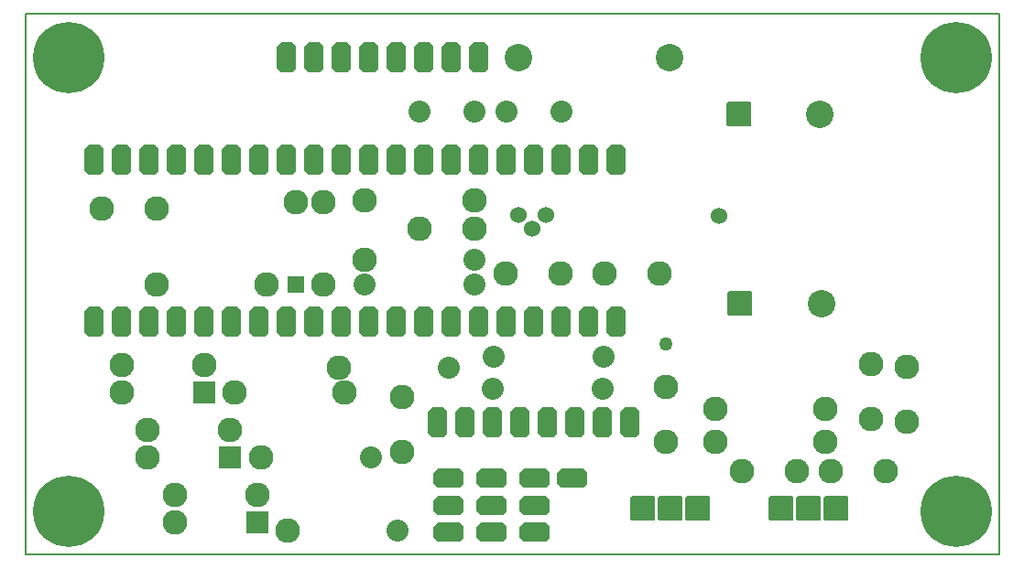
<source format=gbr>
G04 PROTEUS RS274X GERBER FILE*
%FSLAX45Y45*%
%MOMM*%
G01*
%ADD26C,1.524000*%
%ADD13C,1.270000*%
%AMPPAD019*
4,1,8,
0.509800,-1.397000,
-0.509800,-1.397000,
-0.889000,-1.017800,
-0.889000,1.017800,
-0.509800,1.397000,
0.509800,1.397000,
0.889000,1.017800,
0.889000,-1.017800,
0.509800,-1.397000,
0*%
%ADD27PPAD019*%
%AMPPAD020*
4,1,36,
1.016000,-1.143000,
-1.016000,-1.143000,
-1.041970,-1.140470,
-1.065980,-1.133200,
-1.087580,-1.121650,
-1.106290,-1.106290,
-1.121650,-1.087570,
-1.133200,-1.065980,
-1.140470,-1.041970,
-1.143000,-1.016000,
-1.143000,1.016000,
-1.140470,1.041970,
-1.133200,1.065980,
-1.121650,1.087570,
-1.106290,1.106290,
-1.087580,1.121650,
-1.065980,1.133200,
-1.041970,1.140470,
-1.016000,1.143000,
1.016000,1.143000,
1.041970,1.140470,
1.065980,1.133200,
1.087580,1.121650,
1.106290,1.106290,
1.121650,1.087570,
1.133200,1.065980,
1.140470,1.041970,
1.143000,1.016000,
1.143000,-1.016000,
1.140470,-1.041970,
1.133200,-1.065980,
1.121650,-1.087570,
1.106290,-1.106290,
1.087580,-1.121650,
1.065980,-1.133200,
1.041970,-1.140470,
1.016000,-1.143000,
0*%
%ADD28PPAD020*%
%ADD18C,2.286000*%
%ADD29C,2.540000*%
%AMPPAD022*
4,1,36,
-0.635000,0.762000,
0.635000,0.762000,
0.660970,0.759470,
0.684980,0.752200,
0.706580,0.740650,
0.725290,0.725290,
0.740650,0.706570,
0.752200,0.684980,
0.759470,0.660970,
0.762000,0.635000,
0.762000,-0.635000,
0.759470,-0.660970,
0.752200,-0.684980,
0.740650,-0.706570,
0.725290,-0.725290,
0.706580,-0.740650,
0.684980,-0.752200,
0.660970,-0.759470,
0.635000,-0.762000,
-0.635000,-0.762000,
-0.660970,-0.759470,
-0.684980,-0.752200,
-0.706580,-0.740650,
-0.725290,-0.725290,
-0.740650,-0.706570,
-0.752200,-0.684980,
-0.759470,-0.660970,
-0.762000,-0.635000,
-0.762000,0.635000,
-0.759470,0.660970,
-0.752200,0.684980,
-0.740650,0.706570,
-0.725290,0.725290,
-0.706580,0.740650,
-0.684980,0.752200,
-0.660970,0.759470,
-0.635000,0.762000,
0*%
%ADD72PPAD022*%
%ADD17C,2.032000*%
%AMPPAD023*
4,1,36,
-0.889000,1.016000,
0.889000,1.016000,
0.914970,1.013470,
0.938980,1.006200,
0.960580,0.994650,
0.979290,0.979290,
0.994650,0.960570,
1.006200,0.938980,
1.013470,0.914970,
1.016000,0.889000,
1.016000,-0.889000,
1.013470,-0.914970,
1.006200,-0.938980,
0.994650,-0.960570,
0.979290,-0.979290,
0.960580,-0.994650,
0.938980,-1.006200,
0.914970,-1.013470,
0.889000,-1.016000,
-0.889000,-1.016000,
-0.914970,-1.013470,
-0.938980,-1.006200,
-0.960580,-0.994650,
-0.979290,-0.979290,
-0.994650,-0.960570,
-1.006200,-0.938980,
-1.013470,-0.914970,
-1.016000,-0.889000,
-1.016000,0.889000,
-1.013470,0.914970,
-1.006200,0.938980,
-0.994650,0.960570,
-0.979290,0.979290,
-0.960580,0.994650,
-0.938980,1.006200,
-0.914970,1.013470,
-0.889000,1.016000,
0*%
%ADD73PPAD023*%
%ADD30C,6.604000*%
%AMPPAD025*
4,1,8,
-1.397000,-0.509800,
-1.397000,0.509800,
-1.017800,0.889000,
1.017800,0.889000,
1.397000,0.509800,
1.397000,-0.509800,
1.017800,-0.889000,
-1.017800,-0.889000,
-1.397000,-0.509800,
0*%
%ADD31PPAD025*%
%ADD21C,0.203200*%
%TD.AperFunction*%
D26*
X+6410000Y+3130000D03*
X+3910000Y+200000D03*
X+3910000Y+450000D03*
X+3910000Y+700000D03*
X+4310000Y+200000D03*
X+4310000Y+450000D03*
X+4310000Y+700000D03*
X+4710000Y+700000D03*
X+4710000Y+450000D03*
X+4710000Y+200000D03*
X+5060000Y+700000D03*
D13*
X+5920000Y+1950000D03*
D27*
X+5460000Y+3650000D03*
X+5206000Y+3650000D03*
X+4952000Y+3650000D03*
X+4698000Y+3650000D03*
X+4444000Y+3650000D03*
X+4190000Y+3650000D03*
X+3936000Y+3650000D03*
X+3682000Y+3650000D03*
X+3428000Y+3650000D03*
X+3174000Y+3650000D03*
X+2920000Y+3650000D03*
X+2666000Y+3650000D03*
X+2412000Y+3650000D03*
X+2158000Y+3650000D03*
X+1904000Y+3650000D03*
X+1650000Y+3650000D03*
X+1396000Y+3650000D03*
X+1142000Y+3650000D03*
X+888000Y+3650000D03*
X+634000Y+3650000D03*
X+5460000Y+2150000D03*
X+5206000Y+2150000D03*
X+4952000Y+2150000D03*
X+4698000Y+2150000D03*
X+4444000Y+2150000D03*
X+4190000Y+2150000D03*
X+3936000Y+2150000D03*
X+3682000Y+2150000D03*
X+3428000Y+2150000D03*
X+3174000Y+2150000D03*
X+2920000Y+2150000D03*
X+2666000Y+2150000D03*
X+2412000Y+2150000D03*
X+2158000Y+2150000D03*
X+1904000Y+2150000D03*
X+1650000Y+2150000D03*
X+1396000Y+2150000D03*
X+1142000Y+2150000D03*
X+888000Y+2150000D03*
X+634000Y+2150000D03*
X+4190000Y+4600000D03*
X+3936000Y+4600000D03*
X+3682000Y+4600000D03*
X+3428000Y+4600000D03*
X+3174000Y+4600000D03*
X+2920000Y+4600000D03*
X+2666000Y+4600000D03*
X+2412000Y+4600000D03*
X+5590000Y+1220000D03*
X+5336000Y+1220000D03*
X+5082000Y+1220000D03*
X+4828000Y+1220000D03*
X+4574000Y+1220000D03*
X+4320000Y+1220000D03*
X+4066000Y+1220000D03*
X+3812000Y+1220000D03*
D28*
X+7494000Y+420000D03*
X+7240000Y+420000D03*
X+6986000Y+420000D03*
X+6214000Y+420000D03*
X+5960000Y+420000D03*
X+5706000Y+420000D03*
D18*
X+6380000Y+1040000D03*
X+7396000Y+1040000D03*
X+7396000Y+1350000D03*
X+6380000Y+1350000D03*
X+1210000Y+2500000D03*
X+2226000Y+2500000D03*
X+7820000Y+1760000D03*
X+7820000Y+1252000D03*
X+7950000Y+770000D03*
X+7442000Y+770000D03*
X+5920000Y+1550000D03*
X+5920000Y+1042000D03*
D28*
X+6605000Y+2320000D03*
D29*
X+7355000Y+2320000D03*
D28*
X+6595000Y+4070000D03*
D29*
X+7345000Y+4070000D03*
X+4553000Y+4600000D03*
X+5950000Y+4600000D03*
D18*
X+8150000Y+1230000D03*
X+8150000Y+1738000D03*
X+6620000Y+770000D03*
X+7128000Y+770000D03*
X+5350000Y+2600000D03*
X+5858000Y+2600000D03*
X+700000Y+3200000D03*
X+1208000Y+3200000D03*
D72*
X+2500000Y+2500000D03*
D18*
X+2754000Y+2500000D03*
X+2754000Y+3262000D03*
X+2500000Y+3262000D03*
X+4150000Y+3280000D03*
X+3134000Y+3280000D03*
X+3134000Y+2730000D03*
D17*
X+4150000Y+2730000D03*
D26*
X+4553000Y+3140000D03*
X+4680000Y+3013000D03*
X+4807000Y+3140000D03*
D17*
X+3130000Y+2500000D03*
X+4146000Y+2500000D03*
D18*
X+4950000Y+2600000D03*
X+4442000Y+2600000D03*
X+4150000Y+3010000D03*
X+3642000Y+3010000D03*
X+3480000Y+952000D03*
X+3480000Y+1460000D03*
D17*
X+3640000Y+4100000D03*
X+4148000Y+4100000D03*
D73*
X+1650000Y+1500000D03*
D18*
X+1650000Y+1754000D03*
X+888000Y+1754000D03*
X+888000Y+1500000D03*
D73*
X+1890000Y+900000D03*
D18*
X+1890000Y+1154000D03*
X+1128000Y+1154000D03*
X+1128000Y+900000D03*
D73*
X+2140000Y+300000D03*
D18*
X+2140000Y+554000D03*
X+1378000Y+554000D03*
X+1378000Y+300000D03*
X+2950000Y+1500000D03*
X+1934000Y+1500000D03*
D17*
X+3190000Y+900000D03*
D18*
X+2174000Y+900000D03*
D17*
X+3440000Y+220000D03*
D18*
X+2424000Y+220000D03*
D17*
X+3916000Y+1730000D03*
D18*
X+2900000Y+1730000D03*
D17*
X+5336000Y+1530000D03*
X+4320000Y+1530000D03*
X+5340000Y+1830000D03*
X+4324000Y+1830000D03*
D30*
X+400000Y+400000D03*
X+400000Y+4600000D03*
X+8600000Y+4600000D03*
X+8600000Y+400000D03*
D31*
X+4710000Y+200000D03*
X+4710000Y+450000D03*
X+4710000Y+700000D03*
X+4310000Y+700000D03*
X+4310000Y+450000D03*
X+4310000Y+200000D03*
X+3910000Y+200000D03*
X+3910000Y+450000D03*
X+3910000Y+700000D03*
D17*
X+4450000Y+4100000D03*
X+4958000Y+4100000D03*
D31*
X+5060000Y+700000D03*
D21*
X+0Y+0D02*
X+9000000Y+0D01*
X+9000000Y+5000000D01*
X+0Y+5000000D01*
X+0Y+0D01*
M02*

</source>
